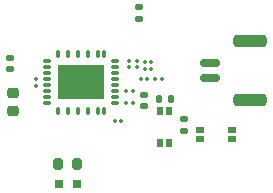
<source format=gtp>
G04 #@! TF.GenerationSoftware,KiCad,Pcbnew,9.0.4*
G04 #@! TF.CreationDate,2025-10-13T14:39:45-04:00*
G04 #@! TF.ProjectId,bldc motor controller,626c6463-206d-46f7-946f-7220636f6e74,rev?*
G04 #@! TF.SameCoordinates,Original*
G04 #@! TF.FileFunction,Paste,Top*
G04 #@! TF.FilePolarity,Positive*
%FSLAX46Y46*%
G04 Gerber Fmt 4.6, Leading zero omitted, Abs format (unit mm)*
G04 Created by KiCad (PCBNEW 9.0.4) date 2025-10-13 14:39:45*
%MOMM*%
%LPD*%
G01*
G04 APERTURE LIST*
G04 Aperture macros list*
%AMRoundRect*
0 Rectangle with rounded corners*
0 $1 Rounding radius*
0 $2 $3 $4 $5 $6 $7 $8 $9 X,Y pos of 4 corners*
0 Add a 4 corners polygon primitive as box body*
4,1,4,$2,$3,$4,$5,$6,$7,$8,$9,$2,$3,0*
0 Add four circle primitives for the rounded corners*
1,1,$1+$1,$2,$3*
1,1,$1+$1,$4,$5*
1,1,$1+$1,$6,$7*
1,1,$1+$1,$8,$9*
0 Add four rect primitives between the rounded corners*
20,1,$1+$1,$2,$3,$4,$5,0*
20,1,$1+$1,$4,$5,$6,$7,0*
20,1,$1+$1,$6,$7,$8,$9,0*
20,1,$1+$1,$8,$9,$2,$3,0*%
G04 Aperture macros list end*
%ADD10R,0.720000X0.550000*%
%ADD11R,0.550000X0.720000*%
%ADD12R,0.800000X0.800000*%
%ADD13RoundRect,0.067500X-0.067500X-0.067500X0.067500X-0.067500X0.067500X0.067500X-0.067500X0.067500X0*%
%ADD14RoundRect,0.140000X-0.140000X-0.170000X0.140000X-0.170000X0.140000X0.170000X-0.140000X0.170000X0*%
%ADD15RoundRect,0.225000X-0.250000X0.225000X-0.250000X-0.225000X0.250000X-0.225000X0.250000X0.225000X0*%
%ADD16RoundRect,0.200000X-0.200000X-0.275000X0.200000X-0.275000X0.200000X0.275000X-0.200000X0.275000X0*%
%ADD17RoundRect,0.150000X-0.700000X0.150000X-0.700000X-0.150000X0.700000X-0.150000X0.700000X0.150000X0*%
%ADD18RoundRect,0.250000X-1.150000X0.250000X-1.150000X-0.250000X1.150000X-0.250000X1.150000X0.250000X0*%
%ADD19RoundRect,0.140000X0.170000X-0.140000X0.170000X0.140000X-0.170000X0.140000X-0.170000X-0.140000X0*%
%ADD20RoundRect,0.140000X-0.170000X0.140000X-0.170000X-0.140000X0.170000X-0.140000X0.170000X0.140000X0*%
%ADD21RoundRect,0.067500X0.067500X-0.067500X0.067500X0.067500X-0.067500X0.067500X-0.067500X-0.067500X0*%
%ADD22O,0.280000X0.790000*%
%ADD23O,0.790000X0.280000*%
%ADD24R,4.000000X3.000000*%
%ADD25RoundRect,0.135000X0.185000X-0.135000X0.185000X0.135000X-0.185000X0.135000X-0.185000X-0.135000X0*%
G04 APERTURE END LIST*
D10*
G04 #@! TO.C,SW2*
X150250000Y-93350000D03*
X147550000Y-93350000D03*
X150250000Y-92550000D03*
X147550000Y-92550000D03*
G04 #@! TD*
D11*
G04 #@! TO.C,SW1*
X144100000Y-93650000D03*
X144100000Y-90950000D03*
X144900000Y-93650000D03*
X144900000Y-90950000D03*
G04 #@! TD*
D12*
G04 #@! TO.C,LED1*
X135550500Y-97100000D03*
X137149500Y-97100000D03*
G04 #@! TD*
D13*
G04 #@! TO.C,R10*
X140325000Y-91800000D03*
X140875000Y-91800000D03*
G04 #@! TD*
G04 #@! TO.C,C5*
X142525000Y-88250000D03*
X143075000Y-88250000D03*
G04 #@! TD*
D14*
G04 #@! TO.C,C24*
X144070000Y-89950000D03*
X145030000Y-89950000D03*
G04 #@! TD*
D15*
G04 #@! TO.C,C7*
X131650000Y-89425000D03*
X131650000Y-90975000D03*
G04 #@! TD*
D13*
G04 #@! TO.C,C4*
X142825000Y-87400000D03*
X143375000Y-87400000D03*
G04 #@! TD*
D16*
G04 #@! TO.C,R8*
X135475000Y-95400000D03*
X137125000Y-95400000D03*
G04 #@! TD*
D13*
G04 #@! TO.C,R3*
X142825000Y-86800000D03*
X143375000Y-86800000D03*
G04 #@! TD*
D17*
G04 #@! TO.C,U7*
X148400000Y-86875000D03*
X148400000Y-88125000D03*
D18*
X151750000Y-85025000D03*
X151750000Y-89975000D03*
G04 #@! TD*
D13*
G04 #@! TO.C,R11*
X141275000Y-89250000D03*
X141825000Y-89250000D03*
G04 #@! TD*
G04 #@! TO.C,R4*
X143725000Y-88250000D03*
X144275000Y-88250000D03*
G04 #@! TD*
D19*
G04 #@! TO.C,C18*
X142750000Y-90530000D03*
X142750000Y-89570000D03*
G04 #@! TD*
D20*
G04 #@! TO.C,C10*
X131450000Y-86420000D03*
X131450000Y-87380000D03*
G04 #@! TD*
D21*
G04 #@! TO.C,R2*
X142200000Y-87225000D03*
X142200000Y-86675000D03*
G04 #@! TD*
D22*
G04 #@! TO.C,U1*
X139400000Y-86092250D03*
X138900000Y-86092250D03*
X138050000Y-86092250D03*
X137200000Y-86092250D03*
X136350000Y-86092250D03*
X135500000Y-86092250D03*
D23*
X134542500Y-86749750D03*
X134542500Y-87249750D03*
X134542500Y-87749750D03*
X134542500Y-88249750D03*
X134542500Y-88749750D03*
X134542500Y-89249750D03*
X134542500Y-89749750D03*
X134542500Y-90249750D03*
D22*
X135500000Y-90907250D03*
X136350000Y-90907250D03*
X137200000Y-90907250D03*
X138050000Y-90907250D03*
X138900000Y-90907250D03*
X139400000Y-90907250D03*
D23*
X140357500Y-90249750D03*
X140357500Y-89749750D03*
X140357500Y-89249750D03*
X140357500Y-88749750D03*
X140357500Y-88249750D03*
X140357500Y-87749750D03*
X140357500Y-87249750D03*
X140357500Y-86749750D03*
D24*
X137450000Y-88499750D03*
G04 #@! TD*
D20*
G04 #@! TO.C,C8*
X142350000Y-82170000D03*
X142350000Y-83130000D03*
G04 #@! TD*
D21*
G04 #@! TO.C,C3*
X141500000Y-87225000D03*
X141500000Y-86675000D03*
G04 #@! TD*
G04 #@! TO.C,C6*
X133650000Y-88825000D03*
X133650000Y-88275000D03*
G04 #@! TD*
D25*
G04 #@! TO.C,R7*
X146200000Y-92610000D03*
X146200000Y-91590000D03*
G04 #@! TD*
D13*
G04 #@! TO.C,R9*
X141275000Y-90250000D03*
X141825000Y-90250000D03*
G04 #@! TD*
M02*

</source>
